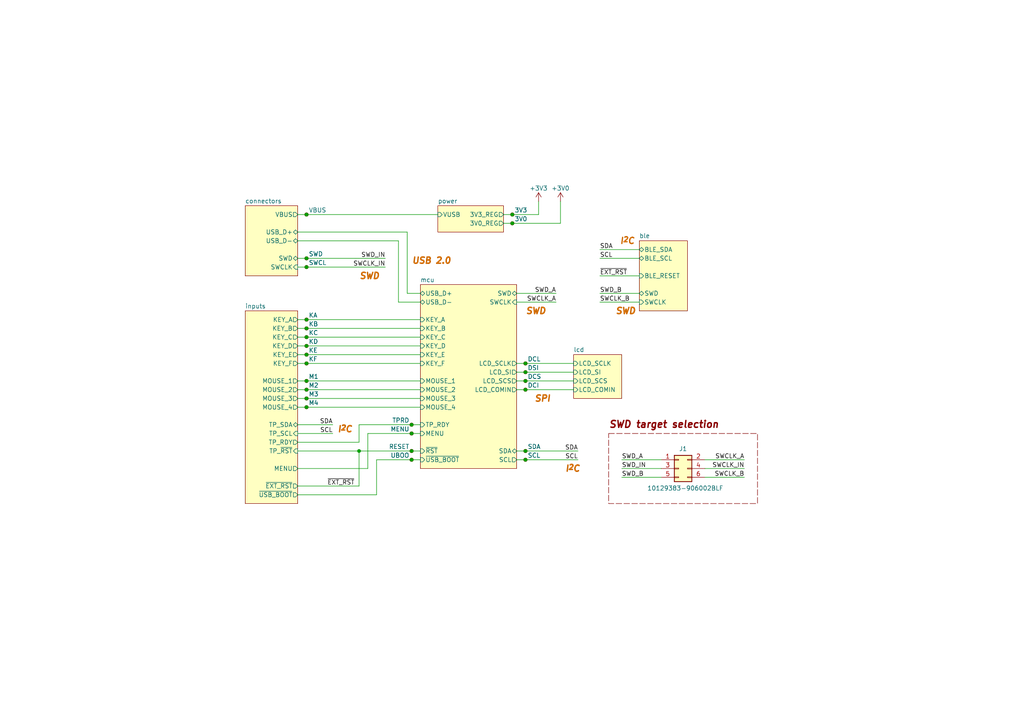
<source format=kicad_sch>
(kicad_sch (version 20230121) (generator eeschema)
  (paper "A4")
  (title_block (title "gkos pebble") (date "2024-03-25") (rev "1") (company "minteyay") (comment 1 "main sheet"))
  (lib_symbols
    (symbol "Connector:TestPoint_Small" (pin_numbers hide) (pin_names (offset 0.762) hide)
      (property "Reference" "TP" (at 0 3.81 0))
      (property "Value" "TestPoint_Small" (at 0 2.032 0))
      (symbol "TestPoint_Small_0_1"
        (circle (center 0 0) (radius 0.508))
      )
      (symbol "TestPoint_Small_1_1"
        (pin passive line (at 0 0 90) (length 0) (name "1") (number "1"))
      )
    )
    (symbol "Connector_Generic:Conn_02x03_Odd_Even" (pin_names (offset 1.016) hide)
      (property "Reference" "J" (at 1.27 5.08 0))
      (property "Value" "Conn_02x03_Odd_Even" (at 1.27 -5.08 0))
      (symbol "Conn_02x03_Odd_Even_1_1"
        (rectangle (start -1.27 -2.413) (end 0 -2.667) (stroke (width 0.1524)))
        (rectangle (start -1.27 0.127) (end 0 -0.127) (stroke (width 0.1524)))
        (rectangle (start -1.27 2.667) (end 0 2.413) (stroke (width 0.1524)))
        (rectangle (start -1.27 3.81) (end 3.81 -3.81) (stroke (width 0.254)) (fill (type background)))
        (rectangle (start 3.81 -2.413) (end 2.54 -2.667) (stroke (width 0.1524)))
        (rectangle (start 3.81 0.127) (end 2.54 -0.127) (stroke (width 0.1524)))
        (rectangle (start 3.81 2.667) (end 2.54 2.413) (stroke (width 0.1524)))
        (pin passive line (at -5.08 2.54 0) (length 3.81) (name "Pin_1") (number "1"))
        (pin passive line (at 7.62 2.54 180) (length 3.81) (name "Pin_2") (number "2"))
        (pin passive line (at -5.08 0 0) (length 3.81) (name "Pin_3") (number "3"))
        (pin passive line (at 7.62 0 180) (length 3.81) (name "Pin_4") (number "4"))
        (pin passive line (at -5.08 -2.54 0) (length 3.81) (name "Pin_5") (number "5"))
        (pin passive line (at 7.62 -2.54 180) (length 3.81) (name "Pin_6") (number "6"))
      )
    )
    (symbol "power:+3V0" (power) (pin_names (offset 0))
      (property "Value" "+3V0" (at 0 3.556 0))
      (symbol "+3V0_0_1"
        (polyline (pts (xy -0.762 1.27) (xy 0 2.54)))
        (polyline (pts (xy 0 0) (xy 0 2.54)))
        (polyline (pts (xy 0 2.54) (xy 0.762 1.27)))
      )
      (symbol "+3V0_1_1"
        (pin power_in line (at 0 0 90) (length 0) hide (name "+3V0") (number "1"))
      )
    )
    (symbol "power:+3V3" (power) (pin_names (offset 0))
      (property "Value" "+3V3" (at 0 3.556 0))
      (symbol "+3V3_0_1"
        (polyline (pts (xy -0.762 1.27) (xy 0 2.54)))
        (polyline (pts (xy 0 0) (xy 0 2.54)))
        (polyline (pts (xy 0 2.54) (xy 0.762 1.27)))
      )
      (symbol "+3V3_1_1"
        (pin power_in line (at 0 0 90) (length 0) hide (name "+3V3") (number "1"))
      )
    )
  )
  (junction (at 88.9 62.23))
  (junction (at 88.9 74.93))
  (junction (at 88.9 95.25))
  (junction (at 119.38 130.81))
  (junction (at 104.14 130.81))
  (junction (at 152.4 105.41))
  (junction (at 88.9 113.03))
  (junction (at 88.9 100.33))
  (junction (at 148.59 64.77))
  (junction (at 119.38 123.19))
  (junction (at 88.9 97.79))
  (junction (at 152.4 110.49))
  (junction (at 119.38 133.35))
  (junction (at 88.9 115.57))
  (junction (at 152.4 107.95))
  (junction (at 88.9 110.49))
  (junction (at 152.4 113.03))
  (junction (at 152.4 133.35))
  (junction (at 88.9 77.47))
  (junction (at 88.9 118.11))
  (junction (at 88.9 105.41))
  (junction (at 88.9 102.87))
  (junction (at 88.9 92.71))
  (junction (at 148.59 62.23))
  (junction (at 152.4 130.81))
  (junction (at 119.38 125.73))
  (wire (pts (xy 119.38 130.81) (xy 121.92 130.81)))
  (wire (pts (xy 109.22 143.51) (xy 109.22 133.35)))
  (wire (pts (xy 149.86 110.49) (xy 152.4 110.49)))
  (wire (pts (xy 86.36 105.41) (xy 88.9 105.41)))
  (wire (pts (xy 86.36 123.19) (xy 96.52 123.19)))
  (wire (pts (xy 86.36 97.79) (xy 88.9 97.79)))
  (wire (pts (xy 173.99 80.01) (xy 185.42 80.01)))
  (wire (pts (xy 104.14 123.19) (xy 119.38 123.19)))
  (wire (pts (xy 180.34 135.89) (xy 191.77 135.89)))
  (wire (pts (xy 86.36 102.87) (xy 88.9 102.87)))
  (wire (pts (xy 88.9 110.49) (xy 121.92 110.49)))
  (wire (pts (xy 119.38 125.73) (xy 121.92 125.73)))
  (wire (pts (xy 162.56 64.77) (xy 162.56 58.42)))
  (wire (pts (xy 86.36 69.85) (xy 115.57 69.85)))
  (wire (pts (xy 118.11 67.31) (xy 86.36 67.31)))
  (wire (pts (xy 119.38 123.19) (xy 121.92 123.19)))
  (wire (pts (xy 86.36 143.51) (xy 109.22 143.51)))
  (wire (pts (xy 88.9 92.71) (xy 121.92 92.71)))
  (wire (pts (xy 86.36 135.89) (xy 106.68 135.89)))
  (wire (pts (xy 173.99 87.63) (xy 185.42 87.63)))
  (wire (pts (xy 204.47 135.89) (xy 215.9 135.89)))
  (wire (pts (xy 86.36 115.57) (xy 88.9 115.57)))
  (wire (pts (xy 104.14 140.97) (xy 104.14 130.81)))
  (wire (pts (xy 152.4 130.81) (xy 167.64 130.81)))
  (wire (pts (xy 118.11 85.09) (xy 118.11 67.31)))
  (wire (pts (xy 86.36 62.23) (xy 88.9 62.23)))
  (wire (pts (xy 173.99 85.09) (xy 185.42 85.09)))
  (wire (pts (xy 86.36 118.11) (xy 88.9 118.11)))
  (wire (pts (xy 149.86 113.03) (xy 152.4 113.03)))
  (wire (pts (xy 86.36 125.73) (xy 96.52 125.73)))
  (wire (pts (xy 152.4 105.41) (xy 166.37 105.41)))
  (wire (pts (xy 88.9 118.11) (xy 121.92 118.11)))
  (wire (pts (xy 86.36 140.97) (xy 104.14 140.97)))
  (wire (pts (xy 88.9 102.87) (xy 121.92 102.87)))
  (wire (pts (xy 152.4 133.35) (xy 167.64 133.35)))
  (wire (pts (xy 86.36 95.25) (xy 88.9 95.25)))
  (wire (pts (xy 146.05 62.23) (xy 148.59 62.23)))
  (wire (pts (xy 204.47 133.35) (xy 215.9 133.35)))
  (wire (pts (xy 86.36 74.93) (xy 88.9 74.93)))
  (wire (pts (xy 88.9 95.25) (xy 121.92 95.25)))
  (wire (pts (xy 86.36 92.71) (xy 88.9 92.71)))
  (wire (pts (xy 149.86 87.63) (xy 161.29 87.63)))
  (wire (pts (xy 149.86 130.81) (xy 152.4 130.81)))
  (wire (pts (xy 173.99 74.93) (xy 185.42 74.93)))
  (wire (pts (xy 180.34 138.43) (xy 191.77 138.43)))
  (wire (pts (xy 173.99 72.39) (xy 185.42 72.39)))
  (wire (pts (xy 152.4 113.03) (xy 166.37 113.03)))
  (wire (pts (xy 156.21 62.23) (xy 156.21 58.42)))
  (wire (pts (xy 86.36 128.27) (xy 104.14 128.27)))
  (wire (pts (xy 88.9 115.57) (xy 121.92 115.57)))
  (wire (pts (xy 115.57 69.85) (xy 115.57 87.63)))
  (wire (pts (xy 86.36 110.49) (xy 88.9 110.49)))
  (wire (pts (xy 152.4 107.95) (xy 166.37 107.95)))
  (wire (pts (xy 148.59 64.77) (xy 162.56 64.77)))
  (wire (pts (xy 121.92 85.09) (xy 118.11 85.09)))
  (wire (pts (xy 106.68 135.89) (xy 106.68 125.73)))
  (wire (pts (xy 148.59 62.23) (xy 156.21 62.23)))
  (wire (pts (xy 86.36 113.03) (xy 88.9 113.03)))
  (wire (pts (xy 104.14 128.27) (xy 104.14 123.19)))
  (wire (pts (xy 149.86 133.35) (xy 152.4 133.35)))
  (wire (pts (xy 86.36 130.81) (xy 104.14 130.81)))
  (wire (pts (xy 180.34 133.35) (xy 191.77 133.35)))
  (wire (pts (xy 88.9 100.33) (xy 121.92 100.33)))
  (wire (pts (xy 88.9 97.79) (xy 121.92 97.79)))
  (wire (pts (xy 204.47 138.43) (xy 215.9 138.43)))
  (wire (pts (xy 88.9 113.03) (xy 121.92 113.03)))
  (wire (pts (xy 86.36 77.47) (xy 88.9 77.47)))
  (wire (pts (xy 88.9 74.93) (xy 111.76 74.93)))
  (wire (pts (xy 88.9 105.41) (xy 121.92 105.41)))
  (wire (pts (xy 88.9 62.23) (xy 127 62.23)))
  (wire (pts (xy 106.68 125.73) (xy 119.38 125.73)))
  (wire (pts (xy 149.86 85.09) (xy 161.29 85.09)))
  (wire (pts (xy 149.86 107.95) (xy 152.4 107.95)))
  (wire (pts (xy 146.05 64.77) (xy 148.59 64.77)))
  (wire (pts (xy 115.57 87.63) (xy 121.92 87.63)))
  (wire (pts (xy 119.38 133.35) (xy 121.92 133.35)))
  (wire (pts (xy 109.22 133.35) (xy 119.38 133.35)))
  (wire (pts (xy 104.14 130.81) (xy 119.38 130.81)))
  (wire (pts (xy 88.9 77.47) (xy 111.76 77.47)))
  (wire (pts (xy 86.36 100.33) (xy 88.9 100.33)))
  (wire (pts (xy 152.4 110.49) (xy 166.37 110.49)))
  (wire (pts (xy 149.86 105.41) (xy 152.4 105.41)))
  (text_box "" (at 176.53 125.73 0) (size 43.18 20.32) (stroke (width 0) (type dash) (color 132 0 0 1)) (effects (font (size 1.27 1.27)) (justify left top)))
  (text "SWD" (at 178.435 91.44 0) (effects (font (size 1.8 1.8) (thickness 0.4) bold italic) (justify left bottom)))
  (text "I^{2}C" (at 97.79 125.73 0) (effects (font (size 1.8 1.8) (thickness 0.4) bold italic) (justify left bottom)))
  (text "SPI" (at 154.94 116.84 0) (effects (font (size 1.8 1.8) (thickness 0.4) bold italic) (justify left bottom)))
  (text "USB 2.0" (at 119.38 76.835 0) (effects (font (size 1.8 1.8) (thickness 0.4) bold italic) (justify left bottom)))
  (text "SWD target selection" (at 176.53 124.46 0) (effects (font (size 2 2) (thickness 0.4) bold italic) (justify left bottom)))
  (text "SWD" (at 104.14 81.28 0) (effects (font (size 1.8 1.8) (thickness 0.4) bold italic) (justify left bottom)))
  (text "I^{2}C" (at 179.705 71.12 0) (effects (font (size 1.8 1.8) (thickness 0.36) bold italic) (justify left bottom)))
  (text "SWD" (at 152.4 91.44 0) (effects (font (size 1.8 1.8) (thickness 0.4) bold italic) (justify left bottom)))
  (text "I^{2}C" (at 163.83 137.16 0) (effects (font (size 1.8 1.8) (thickness 0.4) bold italic) (justify left bottom)))
  (label "~{EXT_RST}" (at 102.87 140.97 180))
  (label "SWD_B" (at 173.99 85.09 0))
  (label "SDA" (at 173.99 72.39 0))
  (label "SCL" (at 173.99 74.93 0))
  (label "SWCLK_B" (at 173.99 87.63 0))
  (label "SWD_A" (at 161.29 85.09 180))
  (label "SWD_IN" (at 111.76 74.93 180))
  (label "SDA" (at 96.52 123.19 180))
  (label "SDA" (at 167.64 130.81 180))
  (label "SWCLK_A" (at 215.9 133.35 180))
  (label "SWCLK_A" (at 161.29 87.63 180))
  (label "SCL" (at 167.64 133.35 180))
  (label "SWD_IN" (at 180.34 135.89 0))
  (label "SWD_A" (at 180.34 133.35 0))
  (label "SCL" (at 96.52 125.73 180))
  (label "~{EXT_RST}" (at 173.99 80.01 0))
  (label "SWCLK_IN" (at 111.76 77.47 180))
  (label "SWD_B" (at 180.34 138.43 0))
  (label "SWCLK_IN" (at 215.9 135.89 180))
  (label "SWCLK_B" (at 215.9 138.43 180))
  (symbol (lib_id "Connector_Generic:Conn_02x03_Odd_Even") (at 196.85 135.89 0) (unit 1)
    (property "Reference" "J1" (at 198.12 130.175 0))
    (property "Value" "10129383-906002BLF" (at 198.755 141.605 0))
    (property "Footprint" "Connector_PinHeader_2.54mm:PinHeader_2x03_P2.54mm_Vertical_SMD" (effects hide))
  )
  (symbol (lib_id "Connector:TestPoint_Small") (at 152.4 130.81 0) (unit 1)
    (property "Reference" "TP24" (effects hide))
    (property "Value" "SDA" (at 153.035 129.54 0) (effects (justify left)))
    (property "Footprint" "TestPoint:TestPoint_Pad_D1.0mm" (effects hide))
  )
  (symbol (lib_id "Connector:TestPoint_Small") (at 88.9 92.71 0) (unit 1)
    (property "Reference" "TP4" (effects hide))
    (property "Value" "KA" (at 89.535 91.44 0) (effects (justify left)))
    (property "Footprint" "TestPoint:TestPoint_Pad_D1.0mm" (effects hide))
  )
  (symbol (lib_id "Connector:TestPoint_Small") (at 119.38 130.81 0) (mirror y) (unit 1)
    (property "Reference" "TP16" (effects hide))
    (property "Value" "RESET" (at 118.745 129.54 0) (effects (justify left)))
    (property "Footprint" "TestPoint:TestPoint_Pad_D1.0mm" (effects hide))
  )
  (symbol (lib_id "Connector:TestPoint_Small") (at 148.59 62.23 0) (unit 1)
    (property "Reference" "TP18" (effects hide))
    (property "Value" "3V3" (at 149.225 60.96 0) (effects (justify left)))
    (property "Footprint" "TestPoint:TestPoint_Pad_D1.0mm" (effects hide))
  )
  (symbol (lib_id "power:+3V0") (at 162.56 58.42 0) (unit 1)
    (property "Reference" "#PWR02" (effects hide))
    (property "Value" "+3V0" (at 162.56 54.61 0))
  )
  (symbol (lib_id "Connector:TestPoint_Small") (at 88.9 118.11 0) (unit 1)
    (property "Reference" "TP13" (effects hide))
    (property "Value" "M4" (at 89.535 116.84 0) (effects (justify left)))
    (property "Footprint" "TestPoint:TestPoint_Pad_D1.0mm" (effects hide))
  )
  (symbol (lib_id "power:+3V3") (at 156.21 58.42 0) (unit 1)
    (property "Reference" "#PWR01" (effects hide))
    (property "Value" "+3V3" (at 156.21 54.61 0))
  )
  (symbol (lib_id "Connector:TestPoint_Small") (at 88.9 113.03 0) (unit 1)
    (property "Reference" "TP11" (effects hide))
    (property "Value" "M2" (at 89.535 111.76 0) (effects (justify left)))
    (property "Footprint" "TestPoint:TestPoint_Pad_D1.0mm" (effects hide))
  )
  (symbol (lib_id "Connector:TestPoint_Small") (at 152.4 113.03 0) (unit 1)
    (property "Reference" "TP23" (effects hide))
    (property "Value" "DCI" (at 153.035 111.76 0) (effects (justify left)))
    (property "Footprint" "TestPoint:TestPoint_Pad_D1.0mm" (effects hide))
  )
  (symbol (lib_id "Connector:TestPoint_Small") (at 119.38 123.19 0) (mirror y) (unit 1)
    (property "Reference" "TP14" (effects hide))
    (property "Value" "TPRD" (at 118.745 121.92 0) (effects (justify left)))
    (property "Footprint" "TestPoint:TestPoint_Pad_D1.0mm" (effects hide))
  )
  (symbol (lib_id "Connector:TestPoint_Small") (at 152.4 105.41 0) (unit 1)
    (property "Reference" "TP20" (effects hide))
    (property "Value" "DCL" (at 153.035 104.14 0) (effects (justify left)))
    (property "Footprint" "TestPoint:TestPoint_Pad_D1.0mm" (effects hide))
  )
  (symbol (lib_id "Connector:TestPoint_Small") (at 152.4 133.35 0) (unit 1)
    (property "Reference" "TP25" (effects hide))
    (property "Value" "SCL" (at 153.035 132.08 0) (effects (justify left)))
    (property "Footprint" "TestPoint:TestPoint_Pad_D1.0mm" (effects hide))
  )
  (symbol (lib_id "Connector:TestPoint_Small") (at 88.9 95.25 0) (unit 1)
    (property "Reference" "TP5" (effects hide))
    (property "Value" "KB" (at 89.535 93.98 0) (effects (justify left)))
    (property "Footprint" "TestPoint:TestPoint_Pad_D1.0mm" (effects hide))
  )
  (symbol (lib_id "Connector:TestPoint_Small") (at 88.9 74.93 0) (unit 1)
    (property "Reference" "TP2" (effects hide))
    (property "Value" "SWD" (at 89.535 73.66 0) (effects (justify left)))
    (property "Footprint" "TestPoint:TestPoint_Pad_D1.0mm" (effects hide))
  )
  (symbol (lib_id "Connector:TestPoint_Small") (at 88.9 97.79 0) (unit 1)
    (property "Reference" "TP6" (effects hide))
    (property "Value" "KC" (at 89.535 96.52 0) (effects (justify left)))
    (property "Footprint" "TestPoint:TestPoint_Pad_D1.0mm" (effects hide))
  )
  (symbol (lib_id "Connector:TestPoint_Small") (at 119.38 133.35 0) (mirror y) (unit 1)
    (property "Reference" "TP17" (effects hide))
    (property "Value" "UBOO" (at 118.745 132.08 0) (effects (justify left)))
    (property "Footprint" "TestPoint:TestPoint_Pad_D1.0mm" (effects hide))
  )
  (symbol (lib_id "Connector:TestPoint_Small") (at 88.9 100.33 0) (unit 1)
    (property "Reference" "TP7" (effects hide))
    (property "Value" "KD" (at 89.535 99.06 0) (effects (justify left)))
    (property "Footprint" "TestPoint:TestPoint_Pad_D1.0mm" (effects hide))
  )
  (symbol (lib_id "Connector:TestPoint_Small") (at 88.9 105.41 0) (unit 1)
    (property "Reference" "TP9" (effects hide))
    (property "Value" "KF" (at 89.535 104.14 0) (effects (justify left)))
    (property "Footprint" "TestPoint:TestPoint_Pad_D1.0mm" (effects hide))
  )
  (symbol (lib_id "Connector:TestPoint_Small") (at 152.4 107.95 0) (unit 1)
    (property "Reference" "TP21" (effects hide))
    (property "Value" "DSI" (at 153.035 106.68 0) (effects (justify left)))
    (property "Footprint" "TestPoint:TestPoint_Pad_D1.0mm" (effects hide))
  )
  (symbol (lib_id "Connector:TestPoint_Small") (at 152.4 110.49 0) (unit 1)
    (property "Reference" "TP22" (effects hide))
    (property "Value" "DCS" (at 153.035 109.22 0) (effects (justify left)))
    (property "Footprint" "TestPoint:TestPoint_Pad_D1.0mm" (effects hide))
  )
  (symbol (lib_id "Connector:TestPoint_Small") (at 88.9 62.23 0) (unit 1)
    (property "Reference" "TP1" (effects hide))
    (property "Value" "VBUS" (at 89.535 60.96 0) (effects (justify left)))
    (property "Footprint" "TestPoint:TestPoint_Pad_D1.0mm" (effects hide))
  )
  (symbol (lib_id "Connector:TestPoint_Small") (at 88.9 77.47 0) (unit 1)
    (property "Reference" "TP3" (effects hide))
    (property "Value" "SWCL" (at 89.535 76.2 0) (effects (justify left)))
    (property "Footprint" "TestPoint:TestPoint_Pad_D1.0mm" (effects hide))
  )
  (symbol (lib_id "Connector:TestPoint_Small") (at 88.9 115.57 0) (unit 1)
    (property "Reference" "TP12" (effects hide))
    (property "Value" "M3" (at 89.535 114.3 0) (effects (justify left)))
    (property "Footprint" "TestPoint:TestPoint_Pad_D1.0mm" (effects hide))
  )
  (symbol (lib_id "Connector:TestPoint_Small") (at 148.59 64.77 0) (unit 1)
    (property "Reference" "TP19" (effects hide))
    (property "Value" "3V0" (at 149.225 63.5 0) (effects (justify left)))
    (property "Footprint" "TestPoint:TestPoint_Pad_D1.0mm" (effects hide))
  )
  (symbol (lib_id "Connector:TestPoint_Small") (at 119.38 125.73 0) (mirror y) (unit 1)
    (property "Reference" "TP15" (effects hide))
    (property "Value" "MENU" (at 118.745 124.46 0) (effects (justify left)))
    (property "Footprint" "TestPoint:TestPoint_Pad_D1.0mm" (effects hide))
  )
  (symbol (lib_id "Connector:TestPoint_Small") (at 88.9 110.49 0) (unit 1)
    (property "Reference" "TP10" (effects hide))
    (property "Value" "M1" (at 89.535 109.22 0) (effects (justify left)))
    (property "Footprint" "TestPoint:TestPoint_Pad_D1.0mm" (effects hide))
  )
  (symbol (lib_id "Connector:TestPoint_Small") (at 88.9 102.87 0) (unit 1)
    (property "Reference" "TP8" (effects hide))
    (property "Value" "KE" (at 89.535 101.6 0) (effects (justify left)))
    (property "Footprint" "TestPoint:TestPoint_Pad_D1.0mm" (effects hide))
  )
  (sheet (at 71.12 59.69) (size 15.24 20.32) (stroke (width 0.1524) (color 132 0 0 1)) (fill (color 255 255 194 1.0000))
    (property "Sheetname" "connectors" (at 71.12 59.055 0) (effects (justify left bottom)))
    (property "Sheetfile" "connectors.kicad_sch" (effects hide))
    (pin "USB_D-" bidirectional (at 86.36 69.85 0))
    (pin "USB_D+" bidirectional (at 86.36 67.31 0))
    (pin "VBUS" output (at 86.36 62.23 0))
    (pin "SWCLK" input (at 86.36 77.47 0))
    (pin "SWD" bidirectional (at 86.36 74.93 0))
  )
  (sheet (at 121.92 82.55) (size 27.94 53.34) (stroke (width 0.1524)) (fill (color 255 255 194 1.0000))
    (property "Sheetname" "mcu" (at 121.92 81.915 0) (effects (justify left bottom)))
    (property "Sheetfile" "mcu.kicad_sch" (effects hide))
    (pin "~{RST}" input (at 121.92 130.81 180))
    (pin "USB_D+" bidirectional (at 121.92 85.09 180))
    (pin "USB_D-" bidirectional (at 121.92 87.63 180))
    (pin "~{USB_BOOT}" input (at 121.92 133.35 180))
    (pin "KEY_C" input (at 121.92 97.79 180))
    (pin "LCD_SCS" output (at 149.86 110.49 0))
    (pin "LCD_COMIN" output (at 149.86 113.03 0))
    (pin "KEY_A" input (at 121.92 92.71 180))
    (pin "KEY_B" input (at 121.92 95.25 180))
    (pin "KEY_F" input (at 121.92 105.41 180))
    (pin "KEY_D" input (at 121.92 100.33 180))
    (pin "KEY_E" input (at 121.92 102.87 180))
    (pin "LCD_SI" output (at 149.86 107.95 0))
    (pin "LCD_SCLK" output (at 149.86 105.41 0))
    (pin "SDA" bidirectional (at 149.86 130.81 0))
    (pin "SCL" output (at 149.86 133.35 0))
    (pin "MENU" input (at 121.92 125.73 180))
    (pin "TP_RDY" input (at 121.92 123.19 180))
    (pin "SWD" bidirectional (at 149.86 85.09 0))
    (pin "SWCLK" input (at 149.86 87.63 0))
    (pin "MOUSE_1" input (at 121.92 110.49 180))
    (pin "MOUSE_3" input (at 121.92 115.57 180))
    (pin "MOUSE_2" input (at 121.92 113.03 180))
    (pin "MOUSE_4" input (at 121.92 118.11 180))
  )
  (sheet (at 71.12 90.17) (size 15.24 55.88) (stroke (width 0.1524)) (fill (color 255 255 194 1.0000))
    (property "Sheetname" "inputs" (at 71.12 89.535 0) (effects (justify left bottom)))
    (property "Sheetfile" "inputs.kicad_sch" (effects hide))
    (pin "KEY_D" output (at 86.36 100.33 0))
    (pin "KEY_C" output (at 86.36 97.79 0))
    (pin "KEY_E" output (at 86.36 102.87 0))
    (pin "KEY_F" output (at 86.36 105.41 0))
    (pin "KEY_B" output (at 86.36 95.25 0))
    (pin "KEY_A" output (at 86.36 92.71 0))
    (pin "TP_~{RST}" input (at 86.36 130.81 0))
    (pin "TP_SDA" bidirectional (at 86.36 123.19 0))
    (pin "TP_SCL" input (at 86.36 125.73 0))
    (pin "TP_RDY" output (at 86.36 128.27 0))
    (pin "~{EXT_RST}" output (at 86.36 140.97 0))
    (pin "~{USB_BOOT}" output (at 86.36 143.51 0))
    (pin "MENU" output (at 86.36 135.89 0))
    (pin "MOUSE_3" output (at 86.36 115.57 0))
    (pin "MOUSE_4" output (at 86.36 118.11 0))
    (pin "MOUSE_1" output (at 86.36 110.49 0))
    (pin "MOUSE_2" output (at 86.36 113.03 0))
  )
  (sheet (at 127 59.69) (size 19.05 7.62) (stroke (width 0.1524)) (fill (color 255 255 194 1.0000))
    (property "Sheetname" "power" (at 127 59.055 0) (effects (justify left bottom)))
    (property "Sheetfile" "power.kicad_sch" (effects hide))
    (pin "VUSB" input (at 127 62.23 180))
    (pin "3V3_REG" output (at 146.05 62.23 0))
    (pin "3V0_REG" output (at 146.05 64.77 0))
  )
  (sheet (at 166.37 102.87) (size 13.97 12.7) (stroke (width 0.1524)) (fill (color 255 255 194 1.0000))
    (property "Sheetname" "lcd" (at 166.37 102.1584 0) (effects (justify left bottom)))
    (property "Sheetfile" "lcd.kicad_sch" (effects hide))
    (pin "LCD_COMIN" input (at 166.37 113.03 180))
    (pin "LCD_SI" input (at 166.37 107.95 180))
    (pin "LCD_SCS" input (at 166.37 110.49 180))
    (pin "LCD_SCLK" input (at 166.37 105.41 180))
  )
  (sheet (at 185.42 69.85) (size 13.97 20.32) (stroke (width 0.1524)) (fill (color 255 255 194 1.0000))
    (property "Sheetname" "ble" (at 185.42 69.1384 0) (effects (justify left bottom)))
    (property "Sheetfile" "ble.kicad_sch" (effects hide))
    (pin "BLE_SCL" bidirectional (at 185.42 74.93 180))
    (pin "BLE_SDA" bidirectional (at 185.42 72.39 180))
    (pin "BLE_RESET" input (at 185.42 80.01 180))
    (pin "SWCLK" input (at 185.42 87.63 180))
    (pin "SWD" bidirectional (at 185.42 85.09 180))
  )
)
</source>
